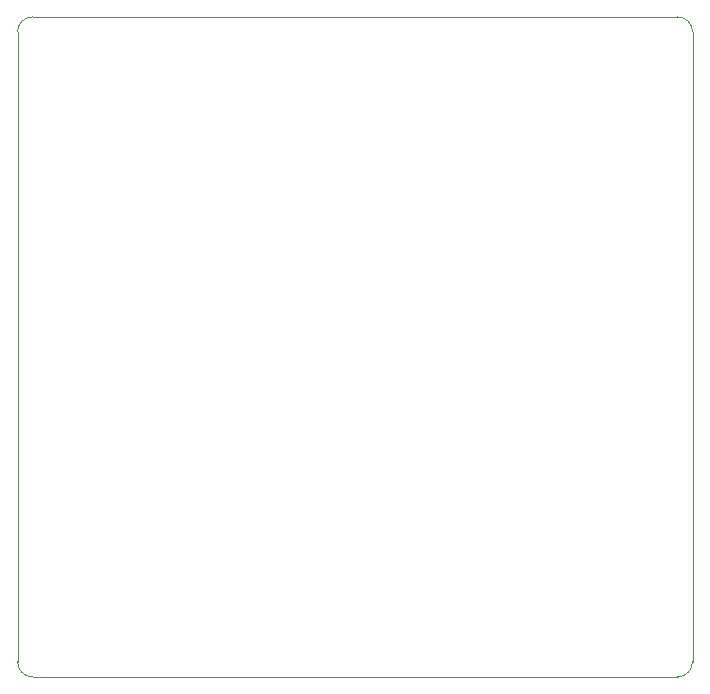
<source format=gm1>
G04 #@! TF.GenerationSoftware,KiCad,Pcbnew,6.0.9-8da3e8f707~116~ubuntu20.04.1*
G04 #@! TF.CreationDate,2022-12-14T15:49:57+01:00*
G04 #@! TF.ProjectId,z_adaptor,7a5f6164-6170-4746-9f72-2e6b69636164,rev?*
G04 #@! TF.SameCoordinates,Original*
G04 #@! TF.FileFunction,Profile,NP*
%FSLAX46Y46*%
G04 Gerber Fmt 4.6, Leading zero omitted, Abs format (unit mm)*
G04 Created by KiCad (PCBNEW 6.0.9-8da3e8f707~116~ubuntu20.04.1) date 2022-12-14 15:49:57*
%MOMM*%
%LPD*%
G01*
G04 APERTURE LIST*
G04 #@! TA.AperFunction,Profile*
%ADD10C,0.100000*%
G04 #@! TD*
G04 APERTURE END LIST*
D10*
X110490000Y-92710000D02*
G75*
G03*
X111760000Y-93980000I1270000J0D01*
G01*
X111760000Y-38100000D02*
X166370000Y-38100000D01*
X167640000Y-39370000D02*
G75*
G03*
X166370000Y-38100000I-1270000J0D01*
G01*
X167640000Y-39370000D02*
X167640000Y-92710000D01*
X166370000Y-93980000D02*
G75*
G03*
X167640000Y-92710000I0J1270000D01*
G01*
X166370000Y-93980000D02*
X111760000Y-93980000D01*
X110490000Y-92710000D02*
X110490000Y-39370000D01*
X111760000Y-38100000D02*
G75*
G03*
X110490000Y-39370000I0J-1270000D01*
G01*
M02*

</source>
